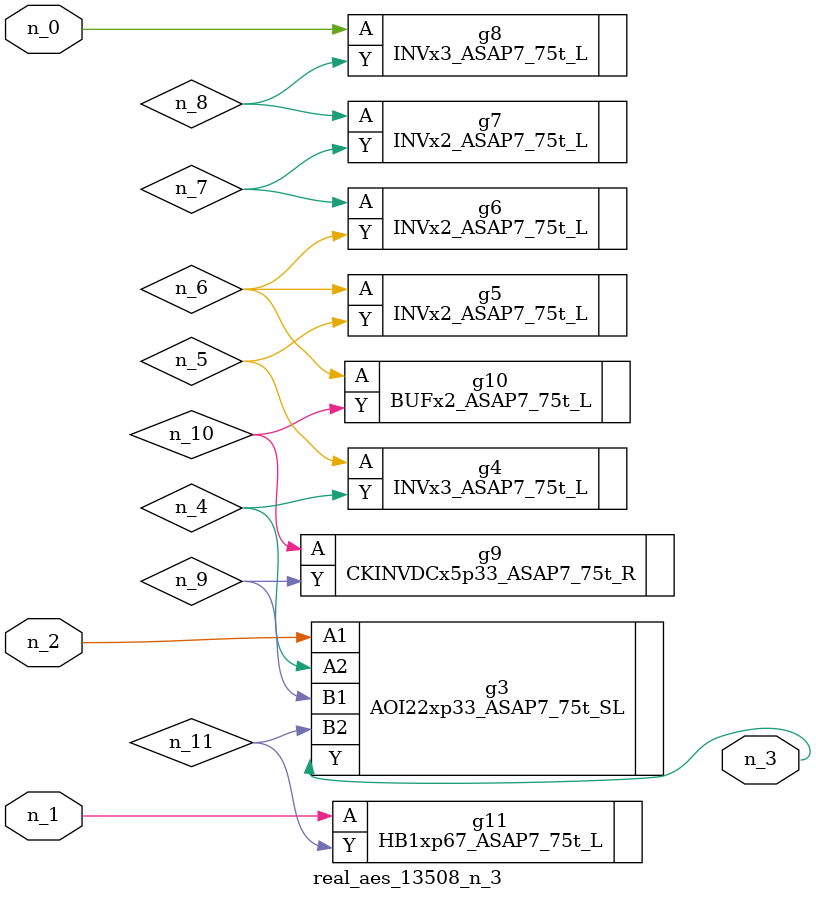
<source format=v>
module real_aes_13508_n_3 (n_0, n_2, n_1, n_3);
input n_0;
input n_2;
input n_1;
output n_3;
wire n_4;
wire n_5;
wire n_7;
wire n_9;
wire n_6;
wire n_8;
wire n_10;
wire n_11;
INVx3_ASAP7_75t_L g8 ( .A(n_0), .Y(n_8) );
HB1xp67_ASAP7_75t_L g11 ( .A(n_1), .Y(n_11) );
AOI22xp33_ASAP7_75t_SL g3 ( .A1(n_2), .A2(n_4), .B1(n_9), .B2(n_11), .Y(n_3) );
INVx3_ASAP7_75t_L g4 ( .A(n_5), .Y(n_4) );
INVx2_ASAP7_75t_L g5 ( .A(n_6), .Y(n_5) );
BUFx2_ASAP7_75t_L g10 ( .A(n_6), .Y(n_10) );
INVx2_ASAP7_75t_L g6 ( .A(n_7), .Y(n_6) );
INVx2_ASAP7_75t_L g7 ( .A(n_8), .Y(n_7) );
CKINVDCx5p33_ASAP7_75t_R g9 ( .A(n_10), .Y(n_9) );
endmodule
</source>
